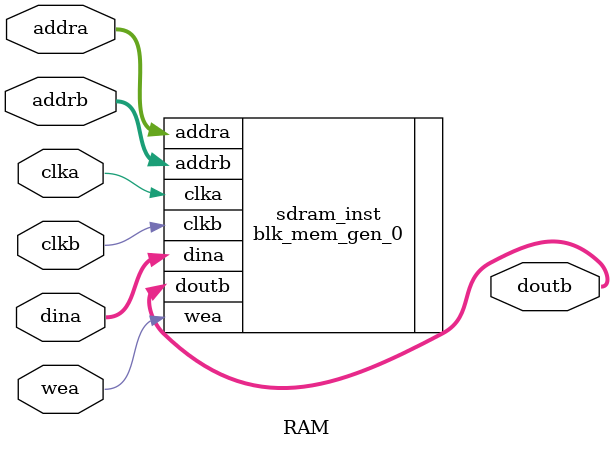
<source format=v>
`timescale 1ns / 1ps

module RAM(wea, clka, clkb, addra, addrb, dina, doutb);
    input wea;
    input clka;
    input clkb;
    input [18:0]addra;
    input [18:0]addrb;
    input [11:0]dina;
    output [11:0]doutb;//12Î»Êä³öÊý¾Ý

    blk_mem_gen_0 sdram_inst (
        .clka(clka),    
        .wea(wea),     
        .addra(addra),  
        .dina(dina),   
        .clkb(clkb),   
        .addrb(addrb), 
        .doutb(doutb) 
    );

endmodule
</source>
